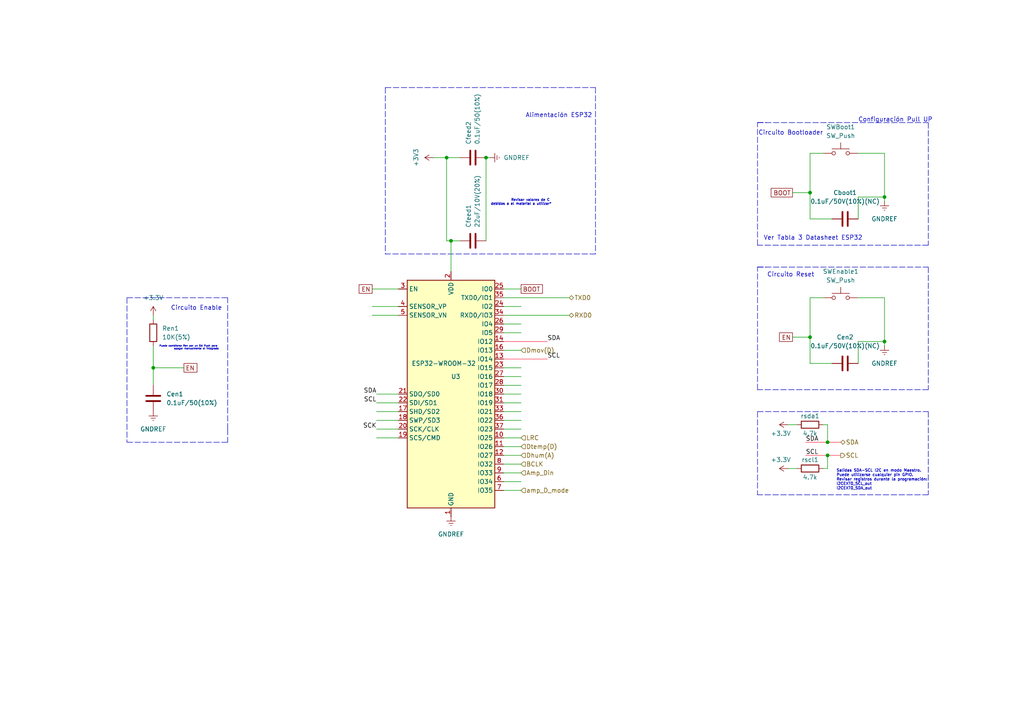
<source format=kicad_sch>
(kicad_sch (version 20211123) (generator eeschema)
  (paper "A4")
  (lib_symbols
    (symbol "+3.3V_1" (power) (pin_names (offset 0))
      (property "Value" "+3.3V_1" (at 0 3.556 0))
      (symbol "+3.3V_1_0_1"
        (polyline (pts (xy -0.762 1.27) (xy 0 2.54)))
        (polyline (pts (xy 0 0) (xy 0 2.54)))
        (polyline (pts (xy 0 2.54) (xy 0.762 1.27)))
      )
      (symbol "+3.3V_1_1_1"
        (pin power_in line (at 0 0 90) (length 0) hide (name "+3.3V") (number "1"))
      )
    )
    (symbol "Device:C" (pin_numbers hide) (pin_names (offset 0.254))
      (property "Reference" "C" (at 0.635 2.54 0))
      (property "Value" "C" (at 0.635 -2.54 0))
      (symbol "C_0_1"
        (polyline (pts (xy -2.032 -0.762) (xy 2.032 -0.762)) (stroke (width 0.508)))
        (polyline (pts (xy -2.032 0.762) (xy 2.032 0.762)) (stroke (width 0.508)))
      )
      (symbol "C_1_1"
        (pin passive line (at 0 3.81 270) (length 2.794) (name "~") (number "1"))
        (pin passive line (at 0 -3.81 90) (length 2.794) (name "~") (number "2"))
      )
    )
    (symbol "Device:R" (pin_numbers hide) (pin_names (offset 0))
      (property "Reference" "R" (at 2.032 0 90))
      (property "Value" "R" (at 0 0 90))
      (symbol "R_0_1"
        (rectangle (start -1.016 -2.54) (end 1.016 2.54) (stroke (width 0.254)))
      )
      (symbol "R_1_1"
        (pin passive line (at 0 3.81 270) (length 1.27) (name "~") (number "1"))
        (pin passive line (at 0 -3.81 90) (length 1.27) (name "~") (number "2"))
      )
    )
    (symbol "RF_Module:ESP32-WROOM-32"
      (property "Reference" "U" (at -12.7 34.29 0))
      (property "Value" "ESP32-WROOM-32" (at 1.27 34.29 0))
      (symbol "ESP32-WROOM-32_0_1"
        (rectangle (start -12.7 33.02) (end 12.7 -33.02) (stroke (width 0.254)) (fill (type background)))
      )
      (symbol "ESP32-WROOM-32_1_1"
        (pin power_in line (at 0 -35.56 90) (length 2.54) (name "GND") (number "1"))
        (pin bidirectional line (at 15.24 -12.7 180) (length 2.54) (name "IO25") (number "10"))
        (pin bidirectional line (at 15.24 -15.24 180) (length 2.54) (name "IO26") (number "11"))
        (pin bidirectional line (at 15.24 -17.78 180) (length 2.54) (name "IO27") (number "12"))
        (pin bidirectional line (at 15.24 10.16 180) (length 2.54) (name "IO14") (number "13"))
        (pin bidirectional line (at 15.24 15.24 180) (length 2.54) (name "IO12") (number "14"))
        (pin passive line (at 0 -35.56 90) (length 2.54) hide (name "GND") (number "15"))
        (pin bidirectional line (at 15.24 12.7 180) (length 2.54) (name "IO13") (number "16"))
        (pin bidirectional line (at -15.24 -5.08 0) (length 2.54) (name "SHD/SD2") (number "17"))
        (pin bidirectional line (at -15.24 -7.62 0) (length 2.54) (name "SWP/SD3") (number "18"))
        (pin bidirectional line (at -15.24 -12.7 0) (length 2.54) (name "SCS/CMD") (number "19"))
        (pin power_in line (at 0 35.56 270) (length 2.54) (name "VDD") (number "2"))
        (pin bidirectional line (at -15.24 -10.16 0) (length 2.54) (name "SCK/CLK") (number "20"))
        (pin bidirectional line (at -15.24 0 0) (length 2.54) (name "SDO/SD0") (number "21"))
        (pin bidirectional line (at -15.24 -2.54 0) (length 2.54) (name "SDI/SD1") (number "22"))
        (pin bidirectional line (at 15.24 7.62 180) (length 2.54) (name "IO15") (number "23"))
        (pin bidirectional line (at 15.24 25.4 180) (length 2.54) (name "IO2") (number "24"))
        (pin bidirectional line (at 15.24 30.48 180) (length 2.54) (name "IO0") (number "25"))
        (pin bidirectional line (at 15.24 20.32 180) (length 2.54) (name "IO4") (number "26"))
        (pin bidirectional line (at 15.24 5.08 180) (length 2.54) (name "IO16") (number "27"))
        (pin bidirectional line (at 15.24 2.54 180) (length 2.54) (name "IO17") (number "28"))
        (pin bidirectional line (at 15.24 17.78 180) (length 2.54) (name "IO5") (number "29"))
        (pin input line (at -15.24 30.48 0) (length 2.54) (name "EN") (number "3"))
        (pin bidirectional line (at 15.24 0 180) (length 2.54) (name "IO18") (number "30"))
        (pin bidirectional line (at 15.24 -2.54 180) (length 2.54) (name "IO19") (number "31"))
        (pin no_connect line (at -12.7 -27.94 0) (length 2.54) hide (name "NC") (number "32"))
        (pin bidirectional line (at 15.24 -5.08 180) (length 2.54) (name "IO21") (number "33"))
        (pin bidirectional line (at 15.24 22.86 180) (length 2.54) (name "RXD0/IO3") (number "34"))
        (pin bidirectional line (at 15.24 27.94 180) (length 2.54) (name "TXD0/IO1") (number "35"))
        (pin bidirectional line (at 15.24 -7.62 180) (length 2.54) (name "IO22") (number "36"))
        (pin bidirectional line (at 15.24 -10.16 180) (length 2.54) (name "IO23") (number "37"))
        (pin passive line (at 0 -35.56 90) (length 2.54) hide (name "GND") (number "38"))
        (pin passive line (at 0 -35.56 90) (length 2.54) hide (name "GND") (number "39"))
        (pin input line (at -15.24 25.4 0) (length 2.54) (name "SENSOR_VP") (number "4"))
        (pin input line (at -15.24 22.86 0) (length 2.54) (name "SENSOR_VN") (number "5"))
        (pin input line (at 15.24 -25.4 180) (length 2.54) (name "IO34") (number "6"))
        (pin input line (at 15.24 -27.94 180) (length 2.54) (name "IO35") (number "7"))
        (pin bidirectional line (at 15.24 -20.32 180) (length 2.54) (name "IO32") (number "8"))
        (pin bidirectional line (at 15.24 -22.86 180) (length 2.54) (name "IO33") (number "9"))
      )
    )
    (symbol "Switch:SW_Push" (pin_numbers hide) (pin_names (offset 1.016) hide)
      (property "Reference" "SW" (at 1.27 2.54 0))
      (property "Value" "SW_Push" (at 0 -1.524 0))
      (symbol "SW_Push_0_1"
        (circle (center -2.032 0) (radius 0.508))
        (polyline (pts (xy 0 1.27) (xy 0 3.048)))
        (polyline (pts (xy 2.54 1.27) (xy -2.54 1.27)))
        (circle (center 2.032 0) (radius 0.508))
        (pin passive line (at -5.08 0 0) (length 2.54) (name "1") (number "1"))
        (pin passive line (at 5.08 0 180) (length 2.54) (name "2") (number "2"))
      )
    )
    (symbol "power:+3.3V" (power) (pin_names (offset 0))
      (property "Value" "+3.3V" (at 0 3.556 0))
      (symbol "+3.3V_0_1"
        (polyline (pts (xy -0.762 1.27) (xy 0 2.54)))
        (polyline (pts (xy 0 0) (xy 0 2.54)))
        (polyline (pts (xy 0 2.54) (xy 0.762 1.27)))
      )
      (symbol "+3.3V_1_1"
        (pin power_in line (at 0 0 90) (length 0) hide (name "+3V3") (number "1"))
      )
    )
    (symbol "power:GNDREF" (power) (pin_names (offset 0))
      (property "Value" "GNDREF" (at 0 -3.81 0))
      (symbol "GNDREF_0_1"
        (polyline (pts (xy -0.635 -1.905) (xy 0.635 -1.905)))
        (polyline (pts (xy -0.127 -2.54) (xy 0.127 -2.54)))
        (polyline (pts (xy 0 -1.27) (xy 0 0)))
        (polyline (pts (xy 1.27 -1.27) (xy -1.27 -1.27)))
      )
      (symbol "GNDREF_1_1"
        (pin power_in line (at 0 0 270) (length 0) hide (name "GNDREF") (number "1"))
      )
    )
  )
  (junction (at 256.54 57.15))
  (junction (at 240.03 132.08))
  (junction (at 234.95 97.79))
  (junction (at 256.54 99.06))
  (junction (at 234.95 55.88))
  (junction (at 140.97 45.72))
  (junction (at 240.03 128.27))
  (junction (at 44.45 106.68))
  (junction (at 129.54 45.72))
  (junction (at 130.81 69.85))
  (wire (pts (xy 248.92 44.45) (xy 256.54 44.45)))
  (wire (pts (xy 130.81 69.85) (xy 130.81 78.74)))
  (wire (pts (xy 146.05 114.3) (xy 151.13 114.3)))
  (polyline (pts (xy 36.83 86.36) (xy 36.83 128.27)))
  (wire (pts (xy 240.03 132.08) (xy 243.84 132.08)) (stroke (width 0) (color 255 40 67 1)))
  (wire (pts (xy 107.95 83.82) (xy 115.57 83.82)))
  (polyline (pts (xy 172.72 73.66) (xy 111.76 73.66)))
  (wire (pts (xy 234.95 97.79) (xy 234.95 105.41)))
  (polyline (pts (xy 219.71 113.03) (xy 219.71 77.47)))
  (polyline (pts (xy 66.04 124.46) (xy 66.04 86.36)))
  (wire (pts (xy 256.54 86.36) (xy 256.54 99.06)))
  (wire (pts (xy 256.54 44.45) (xy 256.54 57.15)))
  (wire (pts (xy 146.05 99.06) (xy 158.75 99.06)) (stroke (width 0) (color 255 40 67 1)))
  (polyline (pts (xy 219.71 35.56) (xy 222.25 35.56)))
  (wire (pts (xy 228.6 123.19) (xy 231.14 123.19)))
  (wire (pts (xy 125.73 45.72) (xy 129.54 45.72)))
  (wire (pts (xy 109.22 121.92) (xy 115.57 121.92)))
  (wire (pts (xy 238.76 123.19) (xy 240.03 123.19)))
  (wire (pts (xy 234.95 44.45) (xy 238.76 44.45)))
  (polyline (pts (xy 36.83 86.36) (xy 66.04 86.36)))
  (wire (pts (xy 109.22 116.84) (xy 115.57 116.84)))
  (wire (pts (xy 142.24 45.72) (xy 140.97 45.72)))
  (wire (pts (xy 146.05 129.54) (xy 151.13 129.54)))
  (polyline (pts (xy 219.71 77.47) (xy 222.25 77.47)))
  (wire (pts (xy 234.95 86.36) (xy 238.76 86.36)))
  (wire (pts (xy 146.05 106.68) (xy 151.13 106.68)))
  (polyline (pts (xy 269.24 71.12) (xy 219.71 71.12)))
  (wire (pts (xy 109.22 114.3) (xy 115.57 114.3)))
  (wire (pts (xy 146.05 142.24) (xy 151.13 142.24)))
  (wire (pts (xy 234.95 44.45) (xy 234.95 55.88)))
  (wire (pts (xy 146.05 132.08) (xy 151.13 132.08)))
  (polyline (pts (xy 111.76 25.4) (xy 172.72 25.4)))
  (wire (pts (xy 146.05 109.22) (xy 151.13 109.22)))
  (wire (pts (xy 146.05 96.52) (xy 151.13 96.52)))
  (wire (pts (xy 146.05 137.16) (xy 151.13 137.16)))
  (polyline (pts (xy 111.76 25.4) (xy 111.76 73.66)))
  (wire (pts (xy 146.05 127) (xy 151.13 127)))
  (polyline (pts (xy 172.72 25.4) (xy 172.72 73.66)))
  (wire (pts (xy 229.87 55.88) (xy 234.95 55.88)))
  (wire (pts (xy 238.76 135.89) (xy 240.03 135.89)))
  (wire (pts (xy 129.54 69.85) (xy 129.54 45.72)))
  (wire (pts (xy 248.92 86.36) (xy 256.54 86.36)))
  (wire (pts (xy 240.03 123.19) (xy 240.03 128.27)))
  (polyline (pts (xy 269.24 35.56) (xy 269.24 71.12)))
  (wire (pts (xy 240.03 135.89) (xy 240.03 132.08)))
  (wire (pts (xy 240.03 128.27) (xy 243.84 128.27)) (stroke (width 0) (color 255 40 67 1)))
  (polyline (pts (xy 219.71 77.47) (xy 269.24 77.47)))
  (polyline (pts (xy 269.24 77.47) (xy 269.24 113.03)))
  (wire (pts (xy 107.95 88.9) (xy 115.57 88.9)))
  (wire (pts (xy 234.95 55.88) (xy 234.95 63.5)))
  (wire (pts (xy 228.6 135.89) (xy 231.14 135.89)))
  (wire (pts (xy 107.95 91.44) (xy 115.57 91.44)))
  (polyline (pts (xy 219.71 119.38) (xy 219.71 143.51)))
  (wire (pts (xy 44.45 106.68) (xy 44.45 111.76)))
  (wire (pts (xy 146.05 88.9) (xy 151.13 88.9)))
  (polyline (pts (xy 269.24 119.38) (xy 269.24 143.51)))
  (polyline (pts (xy 219.71 119.38) (xy 269.24 119.38)))
  (wire (pts (xy 234.95 86.36) (xy 234.95 97.79)))
  (wire (pts (xy 234.95 63.5) (xy 241.3 63.5)))
  (wire (pts (xy 129.54 69.85) (xy 130.81 69.85)))
  (wire (pts (xy 146.05 121.92) (xy 151.13 121.92)))
  (wire (pts (xy 256.54 57.15) (xy 256.54 58.42)))
  (wire (pts (xy 248.92 57.15) (xy 256.54 57.15)))
  (wire (pts (xy 146.05 134.62) (xy 151.13 134.62)))
  (wire (pts (xy 109.22 119.38) (xy 115.57 119.38)))
  (wire (pts (xy 146.05 119.38) (xy 151.13 119.38)))
  (wire (pts (xy 146.05 124.46) (xy 151.13 124.46)))
  (wire (pts (xy 146.05 116.84) (xy 151.13 116.84)))
  (wire (pts (xy 109.22 124.46) (xy 115.57 124.46)))
  (wire (pts (xy 146.05 83.82) (xy 151.13 83.82)))
  (wire (pts (xy 233.68 132.08) (xy 240.03 132.08)) (stroke (width 0) (color 255 40 67 1)))
  (wire (pts (xy 133.35 45.72) (xy 129.54 45.72)))
  (wire (pts (xy 109.22 127) (xy 115.57 127)))
  (wire (pts (xy 146.05 139.7) (xy 151.13 139.7)))
  (wire (pts (xy 233.68 128.27) (xy 240.03 128.27)) (stroke (width 0) (color 255 40 67 1)))
  (polyline (pts (xy 219.71 35.56) (xy 269.24 35.56)))
  (polyline (pts (xy 36.83 128.27) (xy 66.04 128.27)))
  (wire (pts (xy 229.87 97.79) (xy 234.95 97.79)))
  (wire (pts (xy 146.05 91.44) (xy 165.1 91.44)))
  (wire (pts (xy 44.45 100.33) (xy 44.45 106.68)))
  (wire (pts (xy 146.05 104.14) (xy 158.75 104.14)) (stroke (width 0) (color 255 40 67 1)))
  (wire (pts (xy 146.05 111.76) (xy 151.13 111.76)))
  (wire (pts (xy 44.45 106.68) (xy 53.34 106.68)))
  (wire (pts (xy 234.95 105.41) (xy 241.3 105.41)))
  (polyline (pts (xy 269.24 143.51) (xy 219.71 143.51)))
  (wire (pts (xy 44.45 91.44) (xy 44.45 92.71)))
  (wire (pts (xy 248.92 63.5) (xy 248.92 57.15)))
  (wire (pts (xy 140.97 69.85) (xy 140.97 45.72)))
  (wire (pts (xy 248.92 99.06) (xy 256.54 99.06)))
  (wire (pts (xy 248.92 105.41) (xy 248.92 99.06)))
  (polyline (pts (xy 269.24 113.03) (xy 219.71 113.03)))
  (polyline (pts (xy 66.04 124.46) (xy 66.04 128.27)))
  (polyline (pts (xy 219.71 71.12) (xy 219.71 35.56)))
  (wire (pts (xy 146.05 86.36) (xy 165.1 86.36)))
  (wire (pts (xy 256.54 99.06) (xy 256.54 100.33)))
  (wire (pts (xy 146.05 93.98) (xy 151.13 93.98)))
  (wire (pts (xy 130.81 69.85) (xy 133.35 69.85)))
  (wire (pts (xy 146.05 101.6) (xy 151.13 101.6)))
  (text "Alimentación ESP32\n" (at 152.4 34.29 0) (effects (font (size 1.27 1.27)) (justify left bottom)))
  (text "Puede cambiarse Ren por un SW Push para \napagar manualmente el integrado" (at 63.5 101.6 0) (effects (font (size 0.5 0.5)) (justify right bottom)))
  (text "Circuito Reset\n\n" (at 236.22 82.55 180) (effects (font (size 1.27 1.27)) (justify right bottom)))
  (text "Ver Tabla 3 Datasheet ESP32\n" (at 250.19 69.85 180) (effects (font (size 1.27 1.27)) (justify right bottom)))
  (text "Circuito Enable" (at 49.53 90.17 0) (effects (font (size 1.27 1.27)) (justify left bottom)))
  (text "Configuración Pull UP\n" (at 270.51 35.56 180) (effects (font (size 1.27 1.27)) (justify right bottom)))
  (text "Circuito Bootloader\n" (at 238.76 39.37 180) (effects (font (size 1.27 1.27)) (justify right bottom)))
  (text "Revisar valores de C \ndebidos a el material a utilizar*\n" (at 160.02 59.69 0) (effects (font (size 0.7 0.7)) (justify right bottom)))
  (text "Salidas SDA-SCL I2C en modo Maestro.\nPuede utilizarse cualquier pin GPIO.\nRevisar registros durante la programación:\nI2CEXT0_SCL_out\nI2CEXT0_SDA_out" (at 242.57 142.24 0) (effects (font (size 0.8 0.8)) (justify left bottom)))
  (label "SCK" (at 109.22 124.46 180))
  (label "SDA" (at 109.22 114.3 180))
  (label "SCL" (at 233.68 132.08 0))
  (label "SDA" (at 158.75 99.06 0))
  (label "SCL" (at 109.22 116.84 180))
  (label "SDA" (at 233.68 128.27 0))
  (label "SCL" (at 158.75 104.14 0))
  (global_label "EN" (shape passive) (at 53.34 106.68 0) (property "Intersheet References" "${INTERSHEET_REFS}" (effects hide)))
  (global_label "BOOT" (shape passive) (at 229.87 55.88 180) (property "Intersheet References" "${INTERSHEET_REFS}" (effects hide)))
  (global_label "EN" (shape passive) (at 107.95 83.82 180) (property "Intersheet References" "${INTERSHEET_REFS}" (effects hide)))
  (global_label "BOOT" (shape passive) (at 151.13 83.82 0) (property "Intersheet References" "${INTERSHEET_REFS}" (effects hide)))
  (global_label "EN" (shape passive) (at 229.87 97.79 180) (property "Intersheet References" "${INTERSHEET_REFS}" (effects hide)))
  (hierarchical_label "amp_D_mode" (shape input) (at 151.13 142.24 0))
  (hierarchical_label "BCLK" (shape input) (at 151.13 134.62 0))
  (hierarchical_label "TXD0" (shape bidirectional) (at 165.1 86.36 0))
  (hierarchical_label "Dhum(A)" (shape input) (at 151.13 132.08 0))
  (hierarchical_label "LRC" (shape input) (at 151.13 127 0))
  (hierarchical_label "RXD0" (shape bidirectional) (at 165.1 91.44 0))
  (hierarchical_label "SCL" (shape output) (at 243.84 132.08 0))
  (hierarchical_label "Dmov(D)" (shape input) (at 151.13 101.6 0))
  (hierarchical_label "Amp_Din" (shape input) (at 151.13 137.16 0))
  (hierarchical_label "SDA" (shape bidirectional) (at 243.84 128.27 0))
  (hierarchical_label "Dtemp(D)" (shape input) (at 151.13 129.54 0))
  (symbol (lib_id "power:GNDREF") (at 256.54 58.42 0) (unit 1)
    (property "Reference" "#PWR0115" (effects hide))
    (property "Value" "GNDREF" (at 256.54 63.5 0))
  )
  (symbol (lib_id "power:GNDREF") (at 256.54 100.33 0) (unit 1)
    (property "Reference" "#PWR0129" (effects hide))
    (property "Value" "GNDREF" (at 256.54 105.41 0))
  )
  (symbol (lib_id "Switch:SW_Push") (at 243.84 44.45 0) (unit 1)
    (property "Reference" "SWBoot1" (at 243.84 36.83 0))
    (property "Value" "SW_Push" (at 243.84 39.37 0))
    (property "Footprint" "Button_Switch_SMD:SW_Push_1P1T_NO_6x6mm_H9.5mm" (effects hide))
  )
  (symbol (lib_id "Device:C") (at 245.11 105.41 90) (unit 1)
    (property "Reference" "Cen2" (at 245.11 97.79 90))
    (property "Value" "0.1uF/50V(10%)(NC)" (at 245.11 100.33 90))
    (property "Footprint" "Capacitor_SMD:C_0805_2012Metric_Pad1.18x1.45mm_HandSolder" (effects hide))
  )
  (symbol (lib_id "Device:R") (at 44.45 96.52 0) (unit 1)
    (property "Reference" "Ren1" (at 46.99 95.2499 0) (effects (justify left)))
    (property "Value" "10K(5%)" (at 46.99 97.7899 0) (effects (justify left)))
    (property "Footprint" "Resistor_SMD:R_0805_2012Metric_Pad1.20x1.40mm_HandSolder" (effects hide))
  )
  (symbol (lib_id "Device:C") (at 137.16 45.72 270) (unit 1)
    (property "Reference" "Cfeed2" (at 135.8899 41.91 0) (effects (justify right)))
    (property "Value" "0.1uF/50(10%)" (at 138.4299 41.91 0) (effects (justify right)))
    (property "Footprint" "Capacitor_SMD:C_0805_2012Metric_Pad1.18x1.45mm_HandSolder" (effects hide))
  )
  (symbol (lib_id "power:+3.3V") (at 125.73 45.72 90) (unit 1)
    (property "Reference" "#PWR0111" (effects hide))
    (property "Value" "+3.3V" (at 120.65 45.72 0))
  )
  (symbol (lib_name "+3.3V_1") (lib_id "power:+3.3V") (at 228.6 135.89 90) (unit 1)
    (property "Reference" "#PWR0141" (effects hide))
    (property "Value" "+3.3V" (at 223.52 133.35 90) (effects (justify right)))
  )
  (symbol (lib_id "Switch:SW_Push") (at 243.84 86.36 0) (unit 1)
    (property "Reference" "SWEnable1" (at 243.84 78.74 0))
    (property "Value" "SW_Push" (at 243.84 81.28 0))
    (property "Footprint" "Button_Switch_SMD:SW_Push_1P1T_NO_6x6mm_H9.5mm" (effects hide))
  )
  (symbol (lib_name "+3.3V_1") (lib_id "power:+3.3V") (at 44.45 91.44 0) (unit 1)
    (property "Reference" "#PWR0113" (effects hide))
    (property "Value" "+3.3V" (at 44.45 86.36 0))
  )
  (symbol (lib_id "power:GNDREF") (at 142.24 45.72 90) (unit 1)
    (property "Reference" "#PWR0110" (effects hide))
    (property "Value" "GNDREF" (at 146.05 45.7199 90) (effects (justify right)))
  )
  (symbol (lib_id "power:GNDREF") (at 130.81 149.86 0) (unit 1)
    (property "Reference" "#PWR0112" (effects hide))
    (property "Value" "GNDREF" (at 130.81 154.94 0))
  )
  (symbol (lib_id "Device:R") (at 234.95 135.89 90) (unit 1)
    (property "Reference" "rscl1" (at 234.95 133.35 90))
    (property "Value" "4.7k" (at 234.95 138.43 90))
    (property "Footprint" "Resistor_SMD:R_0805_2012Metric_Pad1.20x1.40mm_HandSolder" (effects hide))
  )
  (symbol (lib_id "Device:C") (at 137.16 69.85 90) (unit 1)
    (property "Reference" "Cfeed1" (at 135.8899 66.04 0) (effects (justify left)))
    (property "Value" "22uF/10V(20%)" (at 138.4299 66.04 0) (effects (justify left)))
    (property "Footprint" "Capacitor_SMD:C_0805_2012Metric_Pad1.18x1.45mm_HandSolder" (effects hide))
  )
  (symbol (lib_id "power:GNDREF") (at 44.45 119.38 0) (unit 1)
    (property "Reference" "#PWR0114" (effects hide))
    (property "Value" "GNDREF" (at 44.45 124.46 0))
  )
  (symbol (lib_id "Device:C") (at 245.11 63.5 90) (unit 1)
    (property "Reference" "Cboot1" (at 245.11 55.88 90))
    (property "Value" "0.1uF/50V(10%)(NC)" (at 245.11 58.42 90))
    (property "Footprint" "Capacitor_SMD:C_0805_2012Metric_Pad1.18x1.45mm_HandSolder" (effects hide))
  )
  (symbol (lib_id "Device:R") (at 234.95 123.19 90) (unit 1)
    (property "Reference" "rsda1" (at 234.95 120.65 90))
    (property "Value" "4.7k" (at 234.95 125.73 90))
    (property "Footprint" "Resistor_SMD:R_0805_2012Metric_Pad1.20x1.40mm_HandSolder" (effects hide))
  )
  (symbol (lib_id "Device:C") (at 44.45 115.57 180) (unit 1)
    (property "Reference" "Cen1" (at 48.26 114.2999 0) (effects (justify right)))
    (property "Value" "0.1uF/50(10%)" (at 48.26 116.8399 0) (effects (justify right)))
    (property "Footprint" "Capacitor_SMD:C_0805_2012Metric_Pad1.18x1.45mm_HandSolder" (effects hide))
  )
  (symbol (lib_name "+3.3V_1") (lib_id "power:+3.3V") (at 228.6 123.19 90) (unit 1)
    (property "Reference" "#PWR0142" (effects hide))
    (property "Value" "+3.3V" (at 223.52 125.73 90) (effects (justify right)))
  )
  (symbol (lib_id "RF_Module:ESP32-WROOM-32") (at 130.81 114.3 0) (unit 1)
    (property "Reference" "U3" (at 130.81 109.22 0) (effects (justify left)))
    (property "Value" "ESP32-WROOM-32" (at 119.38 105.41 0) (effects (justify left)))
    (property "Footprint" "RF_Module:ESP32-WROOM-32" (effects hide))
    (property "Datasheet" "https://www.espressif.com/sites/default/files/documentation/esp32-wroom-32_datasheet_en.pdf" (effects hide))
  )
)
</source>
